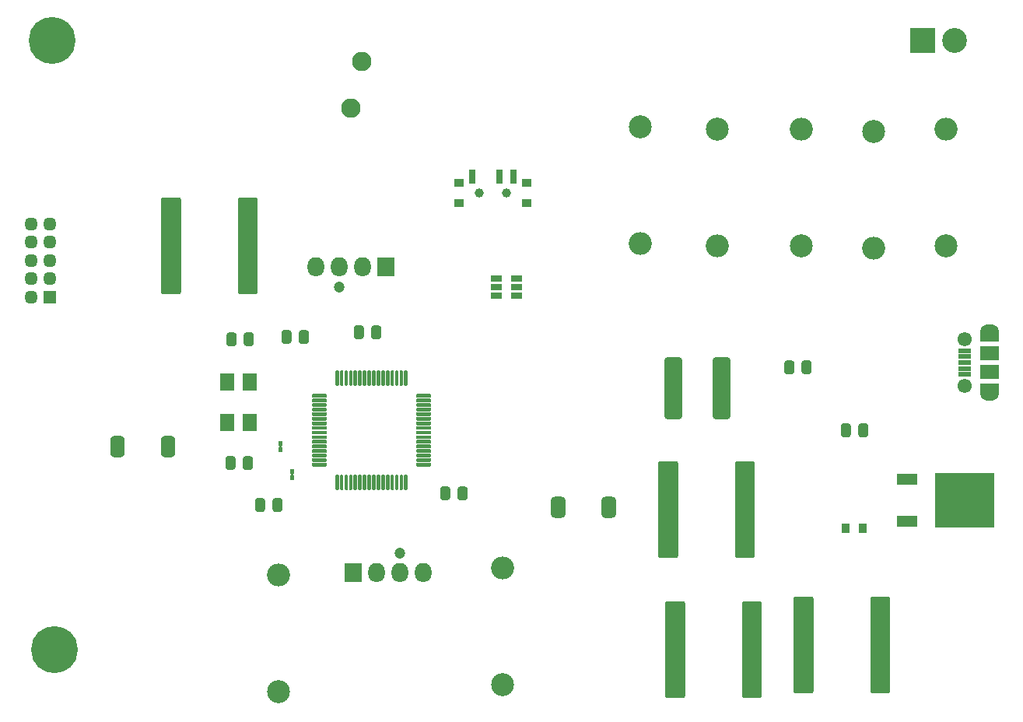
<source format=gbr>
%TF.GenerationSoftware,KiCad,Pcbnew,(5.1.6)-1*%
%TF.CreationDate,2021-02-28T15:35:06+06:00*%
%TF.ProjectId,STM32MCU + Buck Converter,53544d33-324d-4435-9520-2b204275636b,rev?*%
%TF.SameCoordinates,Original*%
%TF.FileFunction,Soldermask,Top*%
%TF.FilePolarity,Negative*%
%FSLAX46Y46*%
G04 Gerber Fmt 4.6, Leading zero omitted, Abs format (unit mm)*
G04 Created by KiCad (PCBNEW (5.1.6)-1) date 2021-02-28 15:35:06*
%MOMM*%
%LPD*%
G01*
G04 APERTURE LIST*
%ADD10C,5.100000*%
%ADD11R,2.000000X1.300000*%
%ADD12O,2.000000X1.300000*%
%ADD13R,2.000000X1.600000*%
%ADD14C,1.550000*%
%ADD15R,1.450000X0.500000*%
%ADD16C,2.700000*%
%ADD17R,2.700000X2.700000*%
%ADD18O,1.450000X1.450000*%
%ADD19R,1.450000X1.450000*%
%ADD20R,0.900000X1.100000*%
%ADD21C,2.110000*%
%ADD22C,1.200000*%
%ADD23O,1.830000X2.130000*%
%ADD24R,1.830000X2.130000*%
%ADD25R,2.300000X1.300000*%
%ADD26R,6.500000X5.900000*%
%ADD27C,2.500000*%
%ADD28O,2.500000X2.500000*%
%ADD29C,1.000000*%
%ADD30R,0.800000X1.600000*%
%ADD31R,1.100000X0.900000*%
%ADD32R,1.160000X0.750000*%
%ADD33R,1.500000X1.900000*%
G04 APERTURE END LIST*
D10*
%TO.C,REF\u002A\u002A*%
X83312000Y-103886000D03*
%TD*%
%TO.C,REF\u002A\u002A*%
X83058000Y-37592000D03*
%TD*%
D11*
%TO.C,J5*%
X185133500Y-75544000D03*
X185133500Y-69744000D03*
D12*
X185133500Y-69144000D03*
X185133500Y-76144000D03*
D13*
X185133500Y-73644000D03*
D14*
X182433500Y-70144000D03*
D15*
X182433500Y-72644000D03*
X182433500Y-71994000D03*
X182433500Y-71344000D03*
X182433500Y-73944000D03*
X182433500Y-73294000D03*
D14*
X182433500Y-75144000D03*
D13*
X185133500Y-71644000D03*
%TD*%
%TO.C,U1*%
G36*
G01*
X113906000Y-75060000D02*
X113906000Y-73610000D01*
G75*
G02*
X114006000Y-73510000I100000J0D01*
G01*
X114206000Y-73510000D01*
G75*
G02*
X114306000Y-73610000I0J-100000D01*
G01*
X114306000Y-75060000D01*
G75*
G02*
X114206000Y-75160000I-100000J0D01*
G01*
X114006000Y-75160000D01*
G75*
G02*
X113906000Y-75060000I0J100000D01*
G01*
G37*
G36*
G01*
X114406000Y-75060000D02*
X114406000Y-73610000D01*
G75*
G02*
X114506000Y-73510000I100000J0D01*
G01*
X114706000Y-73510000D01*
G75*
G02*
X114806000Y-73610000I0J-100000D01*
G01*
X114806000Y-75060000D01*
G75*
G02*
X114706000Y-75160000I-100000J0D01*
G01*
X114506000Y-75160000D01*
G75*
G02*
X114406000Y-75060000I0J100000D01*
G01*
G37*
G36*
G01*
X114906000Y-75060000D02*
X114906000Y-73610000D01*
G75*
G02*
X115006000Y-73510000I100000J0D01*
G01*
X115206000Y-73510000D01*
G75*
G02*
X115306000Y-73610000I0J-100000D01*
G01*
X115306000Y-75060000D01*
G75*
G02*
X115206000Y-75160000I-100000J0D01*
G01*
X115006000Y-75160000D01*
G75*
G02*
X114906000Y-75060000I0J100000D01*
G01*
G37*
G36*
G01*
X115406000Y-75060000D02*
X115406000Y-73610000D01*
G75*
G02*
X115506000Y-73510000I100000J0D01*
G01*
X115706000Y-73510000D01*
G75*
G02*
X115806000Y-73610000I0J-100000D01*
G01*
X115806000Y-75060000D01*
G75*
G02*
X115706000Y-75160000I-100000J0D01*
G01*
X115506000Y-75160000D01*
G75*
G02*
X115406000Y-75060000I0J100000D01*
G01*
G37*
G36*
G01*
X115906000Y-75060000D02*
X115906000Y-73610000D01*
G75*
G02*
X116006000Y-73510000I100000J0D01*
G01*
X116206000Y-73510000D01*
G75*
G02*
X116306000Y-73610000I0J-100000D01*
G01*
X116306000Y-75060000D01*
G75*
G02*
X116206000Y-75160000I-100000J0D01*
G01*
X116006000Y-75160000D01*
G75*
G02*
X115906000Y-75060000I0J100000D01*
G01*
G37*
G36*
G01*
X116406000Y-75060000D02*
X116406000Y-73610000D01*
G75*
G02*
X116506000Y-73510000I100000J0D01*
G01*
X116706000Y-73510000D01*
G75*
G02*
X116806000Y-73610000I0J-100000D01*
G01*
X116806000Y-75060000D01*
G75*
G02*
X116706000Y-75160000I-100000J0D01*
G01*
X116506000Y-75160000D01*
G75*
G02*
X116406000Y-75060000I0J100000D01*
G01*
G37*
G36*
G01*
X116906000Y-75060000D02*
X116906000Y-73610000D01*
G75*
G02*
X117006000Y-73510000I100000J0D01*
G01*
X117206000Y-73510000D01*
G75*
G02*
X117306000Y-73610000I0J-100000D01*
G01*
X117306000Y-75060000D01*
G75*
G02*
X117206000Y-75160000I-100000J0D01*
G01*
X117006000Y-75160000D01*
G75*
G02*
X116906000Y-75060000I0J100000D01*
G01*
G37*
G36*
G01*
X117406000Y-75060000D02*
X117406000Y-73610000D01*
G75*
G02*
X117506000Y-73510000I100000J0D01*
G01*
X117706000Y-73510000D01*
G75*
G02*
X117806000Y-73610000I0J-100000D01*
G01*
X117806000Y-75060000D01*
G75*
G02*
X117706000Y-75160000I-100000J0D01*
G01*
X117506000Y-75160000D01*
G75*
G02*
X117406000Y-75060000I0J100000D01*
G01*
G37*
G36*
G01*
X117906000Y-75060000D02*
X117906000Y-73610000D01*
G75*
G02*
X118006000Y-73510000I100000J0D01*
G01*
X118206000Y-73510000D01*
G75*
G02*
X118306000Y-73610000I0J-100000D01*
G01*
X118306000Y-75060000D01*
G75*
G02*
X118206000Y-75160000I-100000J0D01*
G01*
X118006000Y-75160000D01*
G75*
G02*
X117906000Y-75060000I0J100000D01*
G01*
G37*
G36*
G01*
X118406000Y-75060000D02*
X118406000Y-73610000D01*
G75*
G02*
X118506000Y-73510000I100000J0D01*
G01*
X118706000Y-73510000D01*
G75*
G02*
X118806000Y-73610000I0J-100000D01*
G01*
X118806000Y-75060000D01*
G75*
G02*
X118706000Y-75160000I-100000J0D01*
G01*
X118506000Y-75160000D01*
G75*
G02*
X118406000Y-75060000I0J100000D01*
G01*
G37*
G36*
G01*
X118906000Y-75060000D02*
X118906000Y-73610000D01*
G75*
G02*
X119006000Y-73510000I100000J0D01*
G01*
X119206000Y-73510000D01*
G75*
G02*
X119306000Y-73610000I0J-100000D01*
G01*
X119306000Y-75060000D01*
G75*
G02*
X119206000Y-75160000I-100000J0D01*
G01*
X119006000Y-75160000D01*
G75*
G02*
X118906000Y-75060000I0J100000D01*
G01*
G37*
G36*
G01*
X119406000Y-75060000D02*
X119406000Y-73610000D01*
G75*
G02*
X119506000Y-73510000I100000J0D01*
G01*
X119706000Y-73510000D01*
G75*
G02*
X119806000Y-73610000I0J-100000D01*
G01*
X119806000Y-75060000D01*
G75*
G02*
X119706000Y-75160000I-100000J0D01*
G01*
X119506000Y-75160000D01*
G75*
G02*
X119406000Y-75060000I0J100000D01*
G01*
G37*
G36*
G01*
X119906000Y-75060000D02*
X119906000Y-73610000D01*
G75*
G02*
X120006000Y-73510000I100000J0D01*
G01*
X120206000Y-73510000D01*
G75*
G02*
X120306000Y-73610000I0J-100000D01*
G01*
X120306000Y-75060000D01*
G75*
G02*
X120206000Y-75160000I-100000J0D01*
G01*
X120006000Y-75160000D01*
G75*
G02*
X119906000Y-75060000I0J100000D01*
G01*
G37*
G36*
G01*
X120406000Y-75060000D02*
X120406000Y-73610000D01*
G75*
G02*
X120506000Y-73510000I100000J0D01*
G01*
X120706000Y-73510000D01*
G75*
G02*
X120806000Y-73610000I0J-100000D01*
G01*
X120806000Y-75060000D01*
G75*
G02*
X120706000Y-75160000I-100000J0D01*
G01*
X120506000Y-75160000D01*
G75*
G02*
X120406000Y-75060000I0J100000D01*
G01*
G37*
G36*
G01*
X120906000Y-75060000D02*
X120906000Y-73610000D01*
G75*
G02*
X121006000Y-73510000I100000J0D01*
G01*
X121206000Y-73510000D01*
G75*
G02*
X121306000Y-73610000I0J-100000D01*
G01*
X121306000Y-75060000D01*
G75*
G02*
X121206000Y-75160000I-100000J0D01*
G01*
X121006000Y-75160000D01*
G75*
G02*
X120906000Y-75060000I0J100000D01*
G01*
G37*
G36*
G01*
X121406000Y-75060000D02*
X121406000Y-73610000D01*
G75*
G02*
X121506000Y-73510000I100000J0D01*
G01*
X121706000Y-73510000D01*
G75*
G02*
X121806000Y-73610000I0J-100000D01*
G01*
X121806000Y-75060000D01*
G75*
G02*
X121706000Y-75160000I-100000J0D01*
G01*
X121506000Y-75160000D01*
G75*
G02*
X121406000Y-75060000I0J100000D01*
G01*
G37*
G36*
G01*
X122706000Y-76360000D02*
X122706000Y-76160000D01*
G75*
G02*
X122806000Y-76060000I100000J0D01*
G01*
X124256000Y-76060000D01*
G75*
G02*
X124356000Y-76160000I0J-100000D01*
G01*
X124356000Y-76360000D01*
G75*
G02*
X124256000Y-76460000I-100000J0D01*
G01*
X122806000Y-76460000D01*
G75*
G02*
X122706000Y-76360000I0J100000D01*
G01*
G37*
G36*
G01*
X122706000Y-76860000D02*
X122706000Y-76660000D01*
G75*
G02*
X122806000Y-76560000I100000J0D01*
G01*
X124256000Y-76560000D01*
G75*
G02*
X124356000Y-76660000I0J-100000D01*
G01*
X124356000Y-76860000D01*
G75*
G02*
X124256000Y-76960000I-100000J0D01*
G01*
X122806000Y-76960000D01*
G75*
G02*
X122706000Y-76860000I0J100000D01*
G01*
G37*
G36*
G01*
X122706000Y-77360000D02*
X122706000Y-77160000D01*
G75*
G02*
X122806000Y-77060000I100000J0D01*
G01*
X124256000Y-77060000D01*
G75*
G02*
X124356000Y-77160000I0J-100000D01*
G01*
X124356000Y-77360000D01*
G75*
G02*
X124256000Y-77460000I-100000J0D01*
G01*
X122806000Y-77460000D01*
G75*
G02*
X122706000Y-77360000I0J100000D01*
G01*
G37*
G36*
G01*
X122706000Y-77860000D02*
X122706000Y-77660000D01*
G75*
G02*
X122806000Y-77560000I100000J0D01*
G01*
X124256000Y-77560000D01*
G75*
G02*
X124356000Y-77660000I0J-100000D01*
G01*
X124356000Y-77860000D01*
G75*
G02*
X124256000Y-77960000I-100000J0D01*
G01*
X122806000Y-77960000D01*
G75*
G02*
X122706000Y-77860000I0J100000D01*
G01*
G37*
G36*
G01*
X122706000Y-78360000D02*
X122706000Y-78160000D01*
G75*
G02*
X122806000Y-78060000I100000J0D01*
G01*
X124256000Y-78060000D01*
G75*
G02*
X124356000Y-78160000I0J-100000D01*
G01*
X124356000Y-78360000D01*
G75*
G02*
X124256000Y-78460000I-100000J0D01*
G01*
X122806000Y-78460000D01*
G75*
G02*
X122706000Y-78360000I0J100000D01*
G01*
G37*
G36*
G01*
X122706000Y-78860000D02*
X122706000Y-78660000D01*
G75*
G02*
X122806000Y-78560000I100000J0D01*
G01*
X124256000Y-78560000D01*
G75*
G02*
X124356000Y-78660000I0J-100000D01*
G01*
X124356000Y-78860000D01*
G75*
G02*
X124256000Y-78960000I-100000J0D01*
G01*
X122806000Y-78960000D01*
G75*
G02*
X122706000Y-78860000I0J100000D01*
G01*
G37*
G36*
G01*
X122706000Y-79360000D02*
X122706000Y-79160000D01*
G75*
G02*
X122806000Y-79060000I100000J0D01*
G01*
X124256000Y-79060000D01*
G75*
G02*
X124356000Y-79160000I0J-100000D01*
G01*
X124356000Y-79360000D01*
G75*
G02*
X124256000Y-79460000I-100000J0D01*
G01*
X122806000Y-79460000D01*
G75*
G02*
X122706000Y-79360000I0J100000D01*
G01*
G37*
G36*
G01*
X122706000Y-79860000D02*
X122706000Y-79660000D01*
G75*
G02*
X122806000Y-79560000I100000J0D01*
G01*
X124256000Y-79560000D01*
G75*
G02*
X124356000Y-79660000I0J-100000D01*
G01*
X124356000Y-79860000D01*
G75*
G02*
X124256000Y-79960000I-100000J0D01*
G01*
X122806000Y-79960000D01*
G75*
G02*
X122706000Y-79860000I0J100000D01*
G01*
G37*
G36*
G01*
X122706000Y-80360000D02*
X122706000Y-80160000D01*
G75*
G02*
X122806000Y-80060000I100000J0D01*
G01*
X124256000Y-80060000D01*
G75*
G02*
X124356000Y-80160000I0J-100000D01*
G01*
X124356000Y-80360000D01*
G75*
G02*
X124256000Y-80460000I-100000J0D01*
G01*
X122806000Y-80460000D01*
G75*
G02*
X122706000Y-80360000I0J100000D01*
G01*
G37*
G36*
G01*
X122706000Y-80860000D02*
X122706000Y-80660000D01*
G75*
G02*
X122806000Y-80560000I100000J0D01*
G01*
X124256000Y-80560000D01*
G75*
G02*
X124356000Y-80660000I0J-100000D01*
G01*
X124356000Y-80860000D01*
G75*
G02*
X124256000Y-80960000I-100000J0D01*
G01*
X122806000Y-80960000D01*
G75*
G02*
X122706000Y-80860000I0J100000D01*
G01*
G37*
G36*
G01*
X122706000Y-81360000D02*
X122706000Y-81160000D01*
G75*
G02*
X122806000Y-81060000I100000J0D01*
G01*
X124256000Y-81060000D01*
G75*
G02*
X124356000Y-81160000I0J-100000D01*
G01*
X124356000Y-81360000D01*
G75*
G02*
X124256000Y-81460000I-100000J0D01*
G01*
X122806000Y-81460000D01*
G75*
G02*
X122706000Y-81360000I0J100000D01*
G01*
G37*
G36*
G01*
X122706000Y-81860000D02*
X122706000Y-81660000D01*
G75*
G02*
X122806000Y-81560000I100000J0D01*
G01*
X124256000Y-81560000D01*
G75*
G02*
X124356000Y-81660000I0J-100000D01*
G01*
X124356000Y-81860000D01*
G75*
G02*
X124256000Y-81960000I-100000J0D01*
G01*
X122806000Y-81960000D01*
G75*
G02*
X122706000Y-81860000I0J100000D01*
G01*
G37*
G36*
G01*
X122706000Y-82360000D02*
X122706000Y-82160000D01*
G75*
G02*
X122806000Y-82060000I100000J0D01*
G01*
X124256000Y-82060000D01*
G75*
G02*
X124356000Y-82160000I0J-100000D01*
G01*
X124356000Y-82360000D01*
G75*
G02*
X124256000Y-82460000I-100000J0D01*
G01*
X122806000Y-82460000D01*
G75*
G02*
X122706000Y-82360000I0J100000D01*
G01*
G37*
G36*
G01*
X122706000Y-82860000D02*
X122706000Y-82660000D01*
G75*
G02*
X122806000Y-82560000I100000J0D01*
G01*
X124256000Y-82560000D01*
G75*
G02*
X124356000Y-82660000I0J-100000D01*
G01*
X124356000Y-82860000D01*
G75*
G02*
X124256000Y-82960000I-100000J0D01*
G01*
X122806000Y-82960000D01*
G75*
G02*
X122706000Y-82860000I0J100000D01*
G01*
G37*
G36*
G01*
X122706000Y-83360000D02*
X122706000Y-83160000D01*
G75*
G02*
X122806000Y-83060000I100000J0D01*
G01*
X124256000Y-83060000D01*
G75*
G02*
X124356000Y-83160000I0J-100000D01*
G01*
X124356000Y-83360000D01*
G75*
G02*
X124256000Y-83460000I-100000J0D01*
G01*
X122806000Y-83460000D01*
G75*
G02*
X122706000Y-83360000I0J100000D01*
G01*
G37*
G36*
G01*
X122706000Y-83860000D02*
X122706000Y-83660000D01*
G75*
G02*
X122806000Y-83560000I100000J0D01*
G01*
X124256000Y-83560000D01*
G75*
G02*
X124356000Y-83660000I0J-100000D01*
G01*
X124356000Y-83860000D01*
G75*
G02*
X124256000Y-83960000I-100000J0D01*
G01*
X122806000Y-83960000D01*
G75*
G02*
X122706000Y-83860000I0J100000D01*
G01*
G37*
G36*
G01*
X121406000Y-86410000D02*
X121406000Y-84960000D01*
G75*
G02*
X121506000Y-84860000I100000J0D01*
G01*
X121706000Y-84860000D01*
G75*
G02*
X121806000Y-84960000I0J-100000D01*
G01*
X121806000Y-86410000D01*
G75*
G02*
X121706000Y-86510000I-100000J0D01*
G01*
X121506000Y-86510000D01*
G75*
G02*
X121406000Y-86410000I0J100000D01*
G01*
G37*
G36*
G01*
X120906000Y-86410000D02*
X120906000Y-84960000D01*
G75*
G02*
X121006000Y-84860000I100000J0D01*
G01*
X121206000Y-84860000D01*
G75*
G02*
X121306000Y-84960000I0J-100000D01*
G01*
X121306000Y-86410000D01*
G75*
G02*
X121206000Y-86510000I-100000J0D01*
G01*
X121006000Y-86510000D01*
G75*
G02*
X120906000Y-86410000I0J100000D01*
G01*
G37*
G36*
G01*
X120406000Y-86410000D02*
X120406000Y-84960000D01*
G75*
G02*
X120506000Y-84860000I100000J0D01*
G01*
X120706000Y-84860000D01*
G75*
G02*
X120806000Y-84960000I0J-100000D01*
G01*
X120806000Y-86410000D01*
G75*
G02*
X120706000Y-86510000I-100000J0D01*
G01*
X120506000Y-86510000D01*
G75*
G02*
X120406000Y-86410000I0J100000D01*
G01*
G37*
G36*
G01*
X119906000Y-86410000D02*
X119906000Y-84960000D01*
G75*
G02*
X120006000Y-84860000I100000J0D01*
G01*
X120206000Y-84860000D01*
G75*
G02*
X120306000Y-84960000I0J-100000D01*
G01*
X120306000Y-86410000D01*
G75*
G02*
X120206000Y-86510000I-100000J0D01*
G01*
X120006000Y-86510000D01*
G75*
G02*
X119906000Y-86410000I0J100000D01*
G01*
G37*
G36*
G01*
X119406000Y-86410000D02*
X119406000Y-84960000D01*
G75*
G02*
X119506000Y-84860000I100000J0D01*
G01*
X119706000Y-84860000D01*
G75*
G02*
X119806000Y-84960000I0J-100000D01*
G01*
X119806000Y-86410000D01*
G75*
G02*
X119706000Y-86510000I-100000J0D01*
G01*
X119506000Y-86510000D01*
G75*
G02*
X119406000Y-86410000I0J100000D01*
G01*
G37*
G36*
G01*
X118906000Y-86410000D02*
X118906000Y-84960000D01*
G75*
G02*
X119006000Y-84860000I100000J0D01*
G01*
X119206000Y-84860000D01*
G75*
G02*
X119306000Y-84960000I0J-100000D01*
G01*
X119306000Y-86410000D01*
G75*
G02*
X119206000Y-86510000I-100000J0D01*
G01*
X119006000Y-86510000D01*
G75*
G02*
X118906000Y-86410000I0J100000D01*
G01*
G37*
G36*
G01*
X118406000Y-86410000D02*
X118406000Y-84960000D01*
G75*
G02*
X118506000Y-84860000I100000J0D01*
G01*
X118706000Y-84860000D01*
G75*
G02*
X118806000Y-84960000I0J-100000D01*
G01*
X118806000Y-86410000D01*
G75*
G02*
X118706000Y-86510000I-100000J0D01*
G01*
X118506000Y-86510000D01*
G75*
G02*
X118406000Y-86410000I0J100000D01*
G01*
G37*
G36*
G01*
X117906000Y-86410000D02*
X117906000Y-84960000D01*
G75*
G02*
X118006000Y-84860000I100000J0D01*
G01*
X118206000Y-84860000D01*
G75*
G02*
X118306000Y-84960000I0J-100000D01*
G01*
X118306000Y-86410000D01*
G75*
G02*
X118206000Y-86510000I-100000J0D01*
G01*
X118006000Y-86510000D01*
G75*
G02*
X117906000Y-86410000I0J100000D01*
G01*
G37*
G36*
G01*
X117406000Y-86410000D02*
X117406000Y-84960000D01*
G75*
G02*
X117506000Y-84860000I100000J0D01*
G01*
X117706000Y-84860000D01*
G75*
G02*
X117806000Y-84960000I0J-100000D01*
G01*
X117806000Y-86410000D01*
G75*
G02*
X117706000Y-86510000I-100000J0D01*
G01*
X117506000Y-86510000D01*
G75*
G02*
X117406000Y-86410000I0J100000D01*
G01*
G37*
G36*
G01*
X116906000Y-86410000D02*
X116906000Y-84960000D01*
G75*
G02*
X117006000Y-84860000I100000J0D01*
G01*
X117206000Y-84860000D01*
G75*
G02*
X117306000Y-84960000I0J-100000D01*
G01*
X117306000Y-86410000D01*
G75*
G02*
X117206000Y-86510000I-100000J0D01*
G01*
X117006000Y-86510000D01*
G75*
G02*
X116906000Y-86410000I0J100000D01*
G01*
G37*
G36*
G01*
X116406000Y-86410000D02*
X116406000Y-84960000D01*
G75*
G02*
X116506000Y-84860000I100000J0D01*
G01*
X116706000Y-84860000D01*
G75*
G02*
X116806000Y-84960000I0J-100000D01*
G01*
X116806000Y-86410000D01*
G75*
G02*
X116706000Y-86510000I-100000J0D01*
G01*
X116506000Y-86510000D01*
G75*
G02*
X116406000Y-86410000I0J100000D01*
G01*
G37*
G36*
G01*
X115906000Y-86410000D02*
X115906000Y-84960000D01*
G75*
G02*
X116006000Y-84860000I100000J0D01*
G01*
X116206000Y-84860000D01*
G75*
G02*
X116306000Y-84960000I0J-100000D01*
G01*
X116306000Y-86410000D01*
G75*
G02*
X116206000Y-86510000I-100000J0D01*
G01*
X116006000Y-86510000D01*
G75*
G02*
X115906000Y-86410000I0J100000D01*
G01*
G37*
G36*
G01*
X115406000Y-86410000D02*
X115406000Y-84960000D01*
G75*
G02*
X115506000Y-84860000I100000J0D01*
G01*
X115706000Y-84860000D01*
G75*
G02*
X115806000Y-84960000I0J-100000D01*
G01*
X115806000Y-86410000D01*
G75*
G02*
X115706000Y-86510000I-100000J0D01*
G01*
X115506000Y-86510000D01*
G75*
G02*
X115406000Y-86410000I0J100000D01*
G01*
G37*
G36*
G01*
X114906000Y-86410000D02*
X114906000Y-84960000D01*
G75*
G02*
X115006000Y-84860000I100000J0D01*
G01*
X115206000Y-84860000D01*
G75*
G02*
X115306000Y-84960000I0J-100000D01*
G01*
X115306000Y-86410000D01*
G75*
G02*
X115206000Y-86510000I-100000J0D01*
G01*
X115006000Y-86510000D01*
G75*
G02*
X114906000Y-86410000I0J100000D01*
G01*
G37*
G36*
G01*
X114406000Y-86410000D02*
X114406000Y-84960000D01*
G75*
G02*
X114506000Y-84860000I100000J0D01*
G01*
X114706000Y-84860000D01*
G75*
G02*
X114806000Y-84960000I0J-100000D01*
G01*
X114806000Y-86410000D01*
G75*
G02*
X114706000Y-86510000I-100000J0D01*
G01*
X114506000Y-86510000D01*
G75*
G02*
X114406000Y-86410000I0J100000D01*
G01*
G37*
G36*
G01*
X113906000Y-86410000D02*
X113906000Y-84960000D01*
G75*
G02*
X114006000Y-84860000I100000J0D01*
G01*
X114206000Y-84860000D01*
G75*
G02*
X114306000Y-84960000I0J-100000D01*
G01*
X114306000Y-86410000D01*
G75*
G02*
X114206000Y-86510000I-100000J0D01*
G01*
X114006000Y-86510000D01*
G75*
G02*
X113906000Y-86410000I0J100000D01*
G01*
G37*
G36*
G01*
X111356000Y-83860000D02*
X111356000Y-83660000D01*
G75*
G02*
X111456000Y-83560000I100000J0D01*
G01*
X112906000Y-83560000D01*
G75*
G02*
X113006000Y-83660000I0J-100000D01*
G01*
X113006000Y-83860000D01*
G75*
G02*
X112906000Y-83960000I-100000J0D01*
G01*
X111456000Y-83960000D01*
G75*
G02*
X111356000Y-83860000I0J100000D01*
G01*
G37*
G36*
G01*
X111356000Y-83360000D02*
X111356000Y-83160000D01*
G75*
G02*
X111456000Y-83060000I100000J0D01*
G01*
X112906000Y-83060000D01*
G75*
G02*
X113006000Y-83160000I0J-100000D01*
G01*
X113006000Y-83360000D01*
G75*
G02*
X112906000Y-83460000I-100000J0D01*
G01*
X111456000Y-83460000D01*
G75*
G02*
X111356000Y-83360000I0J100000D01*
G01*
G37*
G36*
G01*
X111356000Y-82860000D02*
X111356000Y-82660000D01*
G75*
G02*
X111456000Y-82560000I100000J0D01*
G01*
X112906000Y-82560000D01*
G75*
G02*
X113006000Y-82660000I0J-100000D01*
G01*
X113006000Y-82860000D01*
G75*
G02*
X112906000Y-82960000I-100000J0D01*
G01*
X111456000Y-82960000D01*
G75*
G02*
X111356000Y-82860000I0J100000D01*
G01*
G37*
G36*
G01*
X111356000Y-82360000D02*
X111356000Y-82160000D01*
G75*
G02*
X111456000Y-82060000I100000J0D01*
G01*
X112906000Y-82060000D01*
G75*
G02*
X113006000Y-82160000I0J-100000D01*
G01*
X113006000Y-82360000D01*
G75*
G02*
X112906000Y-82460000I-100000J0D01*
G01*
X111456000Y-82460000D01*
G75*
G02*
X111356000Y-82360000I0J100000D01*
G01*
G37*
G36*
G01*
X111356000Y-81860000D02*
X111356000Y-81660000D01*
G75*
G02*
X111456000Y-81560000I100000J0D01*
G01*
X112906000Y-81560000D01*
G75*
G02*
X113006000Y-81660000I0J-100000D01*
G01*
X113006000Y-81860000D01*
G75*
G02*
X112906000Y-81960000I-100000J0D01*
G01*
X111456000Y-81960000D01*
G75*
G02*
X111356000Y-81860000I0J100000D01*
G01*
G37*
G36*
G01*
X111356000Y-81360000D02*
X111356000Y-81160000D01*
G75*
G02*
X111456000Y-81060000I100000J0D01*
G01*
X112906000Y-81060000D01*
G75*
G02*
X113006000Y-81160000I0J-100000D01*
G01*
X113006000Y-81360000D01*
G75*
G02*
X112906000Y-81460000I-100000J0D01*
G01*
X111456000Y-81460000D01*
G75*
G02*
X111356000Y-81360000I0J100000D01*
G01*
G37*
G36*
G01*
X111356000Y-80860000D02*
X111356000Y-80660000D01*
G75*
G02*
X111456000Y-80560000I100000J0D01*
G01*
X112906000Y-80560000D01*
G75*
G02*
X113006000Y-80660000I0J-100000D01*
G01*
X113006000Y-80860000D01*
G75*
G02*
X112906000Y-80960000I-100000J0D01*
G01*
X111456000Y-80960000D01*
G75*
G02*
X111356000Y-80860000I0J100000D01*
G01*
G37*
G36*
G01*
X111356000Y-80360000D02*
X111356000Y-80160000D01*
G75*
G02*
X111456000Y-80060000I100000J0D01*
G01*
X112906000Y-80060000D01*
G75*
G02*
X113006000Y-80160000I0J-100000D01*
G01*
X113006000Y-80360000D01*
G75*
G02*
X112906000Y-80460000I-100000J0D01*
G01*
X111456000Y-80460000D01*
G75*
G02*
X111356000Y-80360000I0J100000D01*
G01*
G37*
G36*
G01*
X111356000Y-79860000D02*
X111356000Y-79660000D01*
G75*
G02*
X111456000Y-79560000I100000J0D01*
G01*
X112906000Y-79560000D01*
G75*
G02*
X113006000Y-79660000I0J-100000D01*
G01*
X113006000Y-79860000D01*
G75*
G02*
X112906000Y-79960000I-100000J0D01*
G01*
X111456000Y-79960000D01*
G75*
G02*
X111356000Y-79860000I0J100000D01*
G01*
G37*
G36*
G01*
X111356000Y-79360000D02*
X111356000Y-79160000D01*
G75*
G02*
X111456000Y-79060000I100000J0D01*
G01*
X112906000Y-79060000D01*
G75*
G02*
X113006000Y-79160000I0J-100000D01*
G01*
X113006000Y-79360000D01*
G75*
G02*
X112906000Y-79460000I-100000J0D01*
G01*
X111456000Y-79460000D01*
G75*
G02*
X111356000Y-79360000I0J100000D01*
G01*
G37*
G36*
G01*
X111356000Y-78860000D02*
X111356000Y-78660000D01*
G75*
G02*
X111456000Y-78560000I100000J0D01*
G01*
X112906000Y-78560000D01*
G75*
G02*
X113006000Y-78660000I0J-100000D01*
G01*
X113006000Y-78860000D01*
G75*
G02*
X112906000Y-78960000I-100000J0D01*
G01*
X111456000Y-78960000D01*
G75*
G02*
X111356000Y-78860000I0J100000D01*
G01*
G37*
G36*
G01*
X111356000Y-78360000D02*
X111356000Y-78160000D01*
G75*
G02*
X111456000Y-78060000I100000J0D01*
G01*
X112906000Y-78060000D01*
G75*
G02*
X113006000Y-78160000I0J-100000D01*
G01*
X113006000Y-78360000D01*
G75*
G02*
X112906000Y-78460000I-100000J0D01*
G01*
X111456000Y-78460000D01*
G75*
G02*
X111356000Y-78360000I0J100000D01*
G01*
G37*
G36*
G01*
X111356000Y-77860000D02*
X111356000Y-77660000D01*
G75*
G02*
X111456000Y-77560000I100000J0D01*
G01*
X112906000Y-77560000D01*
G75*
G02*
X113006000Y-77660000I0J-100000D01*
G01*
X113006000Y-77860000D01*
G75*
G02*
X112906000Y-77960000I-100000J0D01*
G01*
X111456000Y-77960000D01*
G75*
G02*
X111356000Y-77860000I0J100000D01*
G01*
G37*
G36*
G01*
X111356000Y-77360000D02*
X111356000Y-77160000D01*
G75*
G02*
X111456000Y-77060000I100000J0D01*
G01*
X112906000Y-77060000D01*
G75*
G02*
X113006000Y-77160000I0J-100000D01*
G01*
X113006000Y-77360000D01*
G75*
G02*
X112906000Y-77460000I-100000J0D01*
G01*
X111456000Y-77460000D01*
G75*
G02*
X111356000Y-77360000I0J100000D01*
G01*
G37*
G36*
G01*
X111356000Y-76860000D02*
X111356000Y-76660000D01*
G75*
G02*
X111456000Y-76560000I100000J0D01*
G01*
X112906000Y-76560000D01*
G75*
G02*
X113006000Y-76660000I0J-100000D01*
G01*
X113006000Y-76860000D01*
G75*
G02*
X112906000Y-76960000I-100000J0D01*
G01*
X111456000Y-76960000D01*
G75*
G02*
X111356000Y-76860000I0J100000D01*
G01*
G37*
G36*
G01*
X111356000Y-76360000D02*
X111356000Y-76160000D01*
G75*
G02*
X111456000Y-76060000I100000J0D01*
G01*
X112906000Y-76060000D01*
G75*
G02*
X113006000Y-76160000I0J-100000D01*
G01*
X113006000Y-76360000D01*
G75*
G02*
X112906000Y-76460000I-100000J0D01*
G01*
X111456000Y-76460000D01*
G75*
G02*
X111356000Y-76360000I0J100000D01*
G01*
G37*
%TD*%
D16*
%TO.C,J1*%
X181300000Y-37592000D03*
D17*
X177800000Y-37592000D03*
%TD*%
D18*
%TO.C,J2*%
X80804000Y-57532000D03*
X82804000Y-57532000D03*
X80804000Y-59532000D03*
X82804000Y-59532000D03*
X80804000Y-61532000D03*
X82804000Y-61532000D03*
X80804000Y-63532000D03*
X82804000Y-63532000D03*
X80804000Y-65532000D03*
D19*
X82804000Y-65532000D03*
%TD*%
%TO.C,C1*%
G36*
G01*
X156906000Y-72351889D02*
X156906000Y-78524111D01*
G75*
G02*
X156642111Y-78788000I-263889J0D01*
G01*
X155269889Y-78788000D01*
G75*
G02*
X155006000Y-78524111I0J263889D01*
G01*
X155006000Y-72351889D01*
G75*
G02*
X155269889Y-72088000I263889J0D01*
G01*
X156642111Y-72088000D01*
G75*
G02*
X156906000Y-72351889I0J-263889D01*
G01*
G37*
G36*
G01*
X151656000Y-72351889D02*
X151656000Y-78524111D01*
G75*
G02*
X151392111Y-78788000I-263889J0D01*
G01*
X150019889Y-78788000D01*
G75*
G02*
X149756000Y-78524111I0J263889D01*
G01*
X149756000Y-72351889D01*
G75*
G02*
X150019889Y-72088000I263889J0D01*
G01*
X151392111Y-72088000D01*
G75*
G02*
X151656000Y-72351889I0J-263889D01*
G01*
G37*
%TD*%
%TO.C,C2*%
G36*
G01*
X109152500Y-69368750D02*
X109152500Y-70331250D01*
G75*
G02*
X108883750Y-70600000I-268750J0D01*
G01*
X108346250Y-70600000D01*
G75*
G02*
X108077500Y-70331250I0J268750D01*
G01*
X108077500Y-69368750D01*
G75*
G02*
X108346250Y-69100000I268750J0D01*
G01*
X108883750Y-69100000D01*
G75*
G02*
X109152500Y-69368750I0J-268750D01*
G01*
G37*
G36*
G01*
X111027500Y-69368750D02*
X111027500Y-70331250D01*
G75*
G02*
X110758750Y-70600000I-268750J0D01*
G01*
X110221250Y-70600000D01*
G75*
G02*
X109952500Y-70331250I0J268750D01*
G01*
X109952500Y-69368750D01*
G75*
G02*
X110221250Y-69100000I268750J0D01*
G01*
X110758750Y-69100000D01*
G75*
G02*
X111027500Y-69368750I0J-268750D01*
G01*
G37*
%TD*%
%TO.C,C3*%
G36*
G01*
X125349500Y-87349250D02*
X125349500Y-86386750D01*
G75*
G02*
X125618250Y-86118000I268750J0D01*
G01*
X126155750Y-86118000D01*
G75*
G02*
X126424500Y-86386750I0J-268750D01*
G01*
X126424500Y-87349250D01*
G75*
G02*
X126155750Y-87618000I-268750J0D01*
G01*
X125618250Y-87618000D01*
G75*
G02*
X125349500Y-87349250I0J268750D01*
G01*
G37*
G36*
G01*
X127224500Y-87349250D02*
X127224500Y-86386750D01*
G75*
G02*
X127493250Y-86118000I268750J0D01*
G01*
X128030750Y-86118000D01*
G75*
G02*
X128299500Y-86386750I0J-268750D01*
G01*
X128299500Y-87349250D01*
G75*
G02*
X128030750Y-87618000I-268750J0D01*
G01*
X127493250Y-87618000D01*
G75*
G02*
X127224500Y-87349250I0J268750D01*
G01*
G37*
%TD*%
%TO.C,C4*%
G36*
G01*
X107080000Y-88619250D02*
X107080000Y-87656750D01*
G75*
G02*
X107348750Y-87388000I268750J0D01*
G01*
X107886250Y-87388000D01*
G75*
G02*
X108155000Y-87656750I0J-268750D01*
G01*
X108155000Y-88619250D01*
G75*
G02*
X107886250Y-88888000I-268750J0D01*
G01*
X107348750Y-88888000D01*
G75*
G02*
X107080000Y-88619250I0J268750D01*
G01*
G37*
G36*
G01*
X105205000Y-88619250D02*
X105205000Y-87656750D01*
G75*
G02*
X105473750Y-87388000I268750J0D01*
G01*
X106011250Y-87388000D01*
G75*
G02*
X106280000Y-87656750I0J-268750D01*
G01*
X106280000Y-88619250D01*
G75*
G02*
X106011250Y-88888000I-268750J0D01*
G01*
X105473750Y-88888000D01*
G75*
G02*
X105205000Y-88619250I0J268750D01*
G01*
G37*
%TD*%
%TO.C,C5*%
G36*
G01*
X115951500Y-69823250D02*
X115951500Y-68860750D01*
G75*
G02*
X116220250Y-68592000I268750J0D01*
G01*
X116757750Y-68592000D01*
G75*
G02*
X117026500Y-68860750I0J-268750D01*
G01*
X117026500Y-69823250D01*
G75*
G02*
X116757750Y-70092000I-268750J0D01*
G01*
X116220250Y-70092000D01*
G75*
G02*
X115951500Y-69823250I0J268750D01*
G01*
G37*
G36*
G01*
X117826500Y-69823250D02*
X117826500Y-68860750D01*
G75*
G02*
X118095250Y-68592000I268750J0D01*
G01*
X118632750Y-68592000D01*
G75*
G02*
X118901500Y-68860750I0J-268750D01*
G01*
X118901500Y-69823250D01*
G75*
G02*
X118632750Y-70092000I-268750J0D01*
G01*
X118095250Y-70092000D01*
G75*
G02*
X117826500Y-69823250I0J268750D01*
G01*
G37*
%TD*%
%TO.C,C6*%
G36*
G01*
X94944000Y-64957095D02*
X94944000Y-54930905D01*
G75*
G02*
X95205905Y-54669000I261905J0D01*
G01*
X96882095Y-54669000D01*
G75*
G02*
X97144000Y-54930905I0J-261905D01*
G01*
X97144000Y-64957095D01*
G75*
G02*
X96882095Y-65219000I-261905J0D01*
G01*
X95205905Y-65219000D01*
G75*
G02*
X94944000Y-64957095I0J261905D01*
G01*
G37*
G36*
G01*
X103294000Y-64957095D02*
X103294000Y-54930905D01*
G75*
G02*
X103555905Y-54669000I261905J0D01*
G01*
X105232095Y-54669000D01*
G75*
G02*
X105494000Y-54930905I0J-261905D01*
G01*
X105494000Y-64957095D01*
G75*
G02*
X105232095Y-65219000I-261905J0D01*
G01*
X103555905Y-65219000D01*
G75*
G02*
X103294000Y-64957095I0J261905D01*
G01*
G37*
%TD*%
%TO.C,C7*%
G36*
G01*
X157396000Y-93659095D02*
X157396000Y-83632905D01*
G75*
G02*
X157657905Y-83371000I261905J0D01*
G01*
X159334095Y-83371000D01*
G75*
G02*
X159596000Y-83632905I0J-261905D01*
G01*
X159596000Y-93659095D01*
G75*
G02*
X159334095Y-93921000I-261905J0D01*
G01*
X157657905Y-93921000D01*
G75*
G02*
X157396000Y-93659095I0J261905D01*
G01*
G37*
G36*
G01*
X149046000Y-93659095D02*
X149046000Y-83632905D01*
G75*
G02*
X149307905Y-83371000I261905J0D01*
G01*
X150984095Y-83371000D01*
G75*
G02*
X151246000Y-83632905I0J-261905D01*
G01*
X151246000Y-93659095D01*
G75*
G02*
X150984095Y-93921000I-261905J0D01*
G01*
X149307905Y-93921000D01*
G75*
G02*
X149046000Y-93659095I0J261905D01*
G01*
G37*
%TD*%
%TO.C,C8*%
G36*
G01*
X108075000Y-82388000D02*
X107825000Y-82388000D01*
G75*
G02*
X107700000Y-82263000I0J125000D01*
G01*
X107700000Y-81953000D01*
G75*
G02*
X107825000Y-81828000I125000J0D01*
G01*
X108075000Y-81828000D01*
G75*
G02*
X108200000Y-81953000I0J-125000D01*
G01*
X108200000Y-82263000D01*
G75*
G02*
X108075000Y-82388000I-125000J0D01*
G01*
G37*
G36*
G01*
X108075000Y-81748000D02*
X107825000Y-81748000D01*
G75*
G02*
X107700000Y-81623000I0J125000D01*
G01*
X107700000Y-81313000D01*
G75*
G02*
X107825000Y-81188000I125000J0D01*
G01*
X108075000Y-81188000D01*
G75*
G02*
X108200000Y-81313000I0J-125000D01*
G01*
X108200000Y-81623000D01*
G75*
G02*
X108075000Y-81748000I-125000J0D01*
G01*
G37*
%TD*%
%TO.C,C9*%
G36*
G01*
X109345000Y-84796000D02*
X109095000Y-84796000D01*
G75*
G02*
X108970000Y-84671000I0J125000D01*
G01*
X108970000Y-84361000D01*
G75*
G02*
X109095000Y-84236000I125000J0D01*
G01*
X109345000Y-84236000D01*
G75*
G02*
X109470000Y-84361000I0J-125000D01*
G01*
X109470000Y-84671000D01*
G75*
G02*
X109345000Y-84796000I-125000J0D01*
G01*
G37*
G36*
G01*
X109345000Y-85436000D02*
X109095000Y-85436000D01*
G75*
G02*
X108970000Y-85311000I0J125000D01*
G01*
X108970000Y-85001000D01*
G75*
G02*
X109095000Y-84876000I125000J0D01*
G01*
X109345000Y-84876000D01*
G75*
G02*
X109470000Y-85001000I0J-125000D01*
G01*
X109470000Y-85311000D01*
G75*
G02*
X109345000Y-85436000I-125000J0D01*
G01*
G37*
%TD*%
%TO.C,C10*%
G36*
G01*
X105028500Y-69622750D02*
X105028500Y-70585250D01*
G75*
G02*
X104759750Y-70854000I-268750J0D01*
G01*
X104222250Y-70854000D01*
G75*
G02*
X103953500Y-70585250I0J268750D01*
G01*
X103953500Y-69622750D01*
G75*
G02*
X104222250Y-69354000I268750J0D01*
G01*
X104759750Y-69354000D01*
G75*
G02*
X105028500Y-69622750I0J-268750D01*
G01*
G37*
G36*
G01*
X103153500Y-69622750D02*
X103153500Y-70585250D01*
G75*
G02*
X102884750Y-70854000I-268750J0D01*
G01*
X102347250Y-70854000D01*
G75*
G02*
X102078500Y-70585250I0J268750D01*
G01*
X102078500Y-69622750D01*
G75*
G02*
X102347250Y-69354000I268750J0D01*
G01*
X102884750Y-69354000D01*
G75*
G02*
X103153500Y-69622750I0J-268750D01*
G01*
G37*
%TD*%
%TO.C,C11*%
G36*
G01*
X103856500Y-84047250D02*
X103856500Y-83084750D01*
G75*
G02*
X104125250Y-82816000I268750J0D01*
G01*
X104662750Y-82816000D01*
G75*
G02*
X104931500Y-83084750I0J-268750D01*
G01*
X104931500Y-84047250D01*
G75*
G02*
X104662750Y-84316000I-268750J0D01*
G01*
X104125250Y-84316000D01*
G75*
G02*
X103856500Y-84047250I0J268750D01*
G01*
G37*
G36*
G01*
X101981500Y-84047250D02*
X101981500Y-83084750D01*
G75*
G02*
X102250250Y-82816000I268750J0D01*
G01*
X102787750Y-82816000D01*
G75*
G02*
X103056500Y-83084750I0J-268750D01*
G01*
X103056500Y-84047250D01*
G75*
G02*
X102787750Y-84316000I-268750J0D01*
G01*
X102250250Y-84316000D01*
G75*
G02*
X101981500Y-84047250I0J268750D01*
G01*
G37*
%TD*%
%TO.C,C12*%
G36*
G01*
X162784500Y-73633250D02*
X162784500Y-72670750D01*
G75*
G02*
X163053250Y-72402000I268750J0D01*
G01*
X163590750Y-72402000D01*
G75*
G02*
X163859500Y-72670750I0J-268750D01*
G01*
X163859500Y-73633250D01*
G75*
G02*
X163590750Y-73902000I-268750J0D01*
G01*
X163053250Y-73902000D01*
G75*
G02*
X162784500Y-73633250I0J268750D01*
G01*
G37*
G36*
G01*
X164659500Y-73633250D02*
X164659500Y-72670750D01*
G75*
G02*
X164928250Y-72402000I268750J0D01*
G01*
X165465750Y-72402000D01*
G75*
G02*
X165734500Y-72670750I0J-268750D01*
G01*
X165734500Y-73633250D01*
G75*
G02*
X165465750Y-73902000I-268750J0D01*
G01*
X164928250Y-73902000D01*
G75*
G02*
X164659500Y-73633250I0J268750D01*
G01*
G37*
%TD*%
%TO.C,C13*%
G36*
G01*
X170834000Y-80491250D02*
X170834000Y-79528750D01*
G75*
G02*
X171102750Y-79260000I268750J0D01*
G01*
X171640250Y-79260000D01*
G75*
G02*
X171909000Y-79528750I0J-268750D01*
G01*
X171909000Y-80491250D01*
G75*
G02*
X171640250Y-80760000I-268750J0D01*
G01*
X171102750Y-80760000D01*
G75*
G02*
X170834000Y-80491250I0J268750D01*
G01*
G37*
G36*
G01*
X168959000Y-80491250D02*
X168959000Y-79528750D01*
G75*
G02*
X169227750Y-79260000I268750J0D01*
G01*
X169765250Y-79260000D01*
G75*
G02*
X170034000Y-79528750I0J-268750D01*
G01*
X170034000Y-80491250D01*
G75*
G02*
X169765250Y-80760000I-268750J0D01*
G01*
X169227750Y-80760000D01*
G75*
G02*
X168959000Y-80491250I0J268750D01*
G01*
G37*
%TD*%
%TO.C,C14*%
G36*
G01*
X160358000Y-98872905D02*
X160358000Y-108899095D01*
G75*
G02*
X160096095Y-109161000I-261905J0D01*
G01*
X158419905Y-109161000D01*
G75*
G02*
X158158000Y-108899095I0J261905D01*
G01*
X158158000Y-98872905D01*
G75*
G02*
X158419905Y-98611000I261905J0D01*
G01*
X160096095Y-98611000D01*
G75*
G02*
X160358000Y-98872905I0J-261905D01*
G01*
G37*
G36*
G01*
X152008000Y-98872905D02*
X152008000Y-108899095D01*
G75*
G02*
X151746095Y-109161000I-261905J0D01*
G01*
X150069905Y-109161000D01*
G75*
G02*
X149808000Y-108899095I0J261905D01*
G01*
X149808000Y-98872905D01*
G75*
G02*
X150069905Y-98611000I261905J0D01*
G01*
X151746095Y-98611000D01*
G75*
G02*
X152008000Y-98872905I0J-261905D01*
G01*
G37*
%TD*%
%TO.C,C15*%
G36*
G01*
X172128000Y-108391095D02*
X172128000Y-98364905D01*
G75*
G02*
X172389905Y-98103000I261905J0D01*
G01*
X174066095Y-98103000D01*
G75*
G02*
X174328000Y-98364905I0J-261905D01*
G01*
X174328000Y-108391095D01*
G75*
G02*
X174066095Y-108653000I-261905J0D01*
G01*
X172389905Y-108653000D01*
G75*
G02*
X172128000Y-108391095I0J261905D01*
G01*
G37*
G36*
G01*
X163778000Y-108391095D02*
X163778000Y-98364905D01*
G75*
G02*
X164039905Y-98103000I261905J0D01*
G01*
X165716095Y-98103000D01*
G75*
G02*
X165978000Y-98364905I0J-261905D01*
G01*
X165978000Y-108391095D01*
G75*
G02*
X165716095Y-108653000I-261905J0D01*
G01*
X164039905Y-108653000D01*
G75*
G02*
X163778000Y-108391095I0J261905D01*
G01*
G37*
%TD*%
D20*
%TO.C,D1*%
X169418000Y-90678000D03*
X171318000Y-90678000D03*
%TD*%
D21*
%TO.C,F1*%
X115570000Y-44958000D03*
X116770000Y-39858000D03*
%TD*%
D22*
%TO.C,J3*%
X114300000Y-64390000D03*
D23*
X111760000Y-62230000D03*
X114300000Y-62230000D03*
X116840000Y-62230000D03*
D24*
X119380000Y-62230000D03*
%TD*%
%TO.C,J4*%
X115824000Y-95504000D03*
D23*
X118364000Y-95504000D03*
X120904000Y-95504000D03*
X123444000Y-95504000D03*
D22*
X120904000Y-93344000D03*
%TD*%
%TO.C,L1*%
G36*
G01*
X94914000Y-82538000D02*
X94914000Y-81038000D01*
G75*
G02*
X95314000Y-80638000I400000J0D01*
G01*
X96114000Y-80638000D01*
G75*
G02*
X96514000Y-81038000I0J-400000D01*
G01*
X96514000Y-82538000D01*
G75*
G02*
X96114000Y-82938000I-400000J0D01*
G01*
X95314000Y-82938000D01*
G75*
G02*
X94914000Y-82538000I0J400000D01*
G01*
G37*
G36*
G01*
X89414000Y-82538000D02*
X89414000Y-81038000D01*
G75*
G02*
X89814000Y-80638000I400000J0D01*
G01*
X90614000Y-80638000D01*
G75*
G02*
X91014000Y-81038000I0J-400000D01*
G01*
X91014000Y-82538000D01*
G75*
G02*
X90614000Y-82938000I-400000J0D01*
G01*
X89814000Y-82938000D01*
G75*
G02*
X89414000Y-82538000I0J400000D01*
G01*
G37*
%TD*%
%TO.C,L2*%
G36*
G01*
X144476000Y-87642000D02*
X144476000Y-89142000D01*
G75*
G02*
X144076000Y-89542000I-400000J0D01*
G01*
X143276000Y-89542000D01*
G75*
G02*
X142876000Y-89142000I0J400000D01*
G01*
X142876000Y-87642000D01*
G75*
G02*
X143276000Y-87242000I400000J0D01*
G01*
X144076000Y-87242000D01*
G75*
G02*
X144476000Y-87642000I0J-400000D01*
G01*
G37*
G36*
G01*
X138976000Y-87642000D02*
X138976000Y-89142000D01*
G75*
G02*
X138576000Y-89542000I-400000J0D01*
G01*
X137776000Y-89542000D01*
G75*
G02*
X137376000Y-89142000I0J400000D01*
G01*
X137376000Y-87642000D01*
G75*
G02*
X137776000Y-87242000I400000J0D01*
G01*
X138576000Y-87242000D01*
G75*
G02*
X138976000Y-87642000I0J-400000D01*
G01*
G37*
%TD*%
D25*
%TO.C,Q1*%
X176140000Y-85350000D03*
X176140000Y-89910000D03*
D26*
X182440000Y-87630000D03*
%TD*%
D27*
%TO.C,R1*%
X132080000Y-107696000D03*
D28*
X132080000Y-94996000D03*
%TD*%
%TO.C,R2*%
X107696000Y-95758000D03*
D27*
X107696000Y-108458000D03*
%TD*%
%TO.C,R3*%
X147066000Y-46990000D03*
D28*
X147066000Y-59690000D03*
%TD*%
%TO.C,R4*%
X180340000Y-47244000D03*
D27*
X180340000Y-59944000D03*
%TD*%
%TO.C,R5*%
X172466000Y-47498000D03*
D28*
X172466000Y-60198000D03*
%TD*%
D27*
%TO.C,R6*%
X164592000Y-59944000D03*
D28*
X164592000Y-47244000D03*
%TD*%
%TO.C,R7*%
X155448000Y-59944000D03*
D27*
X155448000Y-47244000D03*
%TD*%
D29*
%TO.C,SW1*%
X129564000Y-54178000D03*
X132564000Y-54178000D03*
D30*
X128814000Y-52418000D03*
X131814000Y-52418000D03*
X133314000Y-52418000D03*
D31*
X127414000Y-55278000D03*
X134714000Y-55278000D03*
X134714000Y-53068000D03*
X127414000Y-53068000D03*
%TD*%
D32*
%TO.C,U2*%
X131404000Y-63500000D03*
X131404000Y-64450000D03*
X131404000Y-65400000D03*
X133604000Y-65400000D03*
X133604000Y-63500000D03*
X133604000Y-64450000D03*
%TD*%
D33*
%TO.C,Y1*%
X104578000Y-79162000D03*
X104578000Y-74762000D03*
X102178000Y-74762000D03*
X102178000Y-79162000D03*
%TD*%
M02*

</source>
